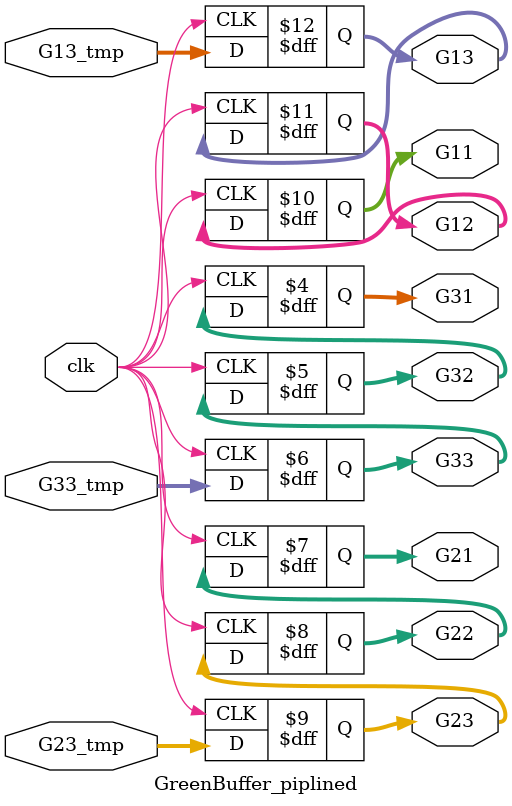
<source format=v>
module GreenBuffer_piplined (
    input [9:0] G13_tmp,
    input [9:0] G23_tmp,
    input [9:0] G33_tmp,
    input       clk,

    output reg [9:0] G11,
    output reg [9:0] G12,
    output reg [9:0] G13,

    output reg [9:0] G21,
    output reg [9:0] G22,
    output reg [9:0] G23,
    
    output reg [9:0] G31,
    output reg [9:0] G32,
    output reg [9:0] G33
    
);
//设计一个3*3的reg，用于分隔
//第一行
always @(posedge clk) begin
    G13<=G13_tmp;
    G12<=G13;
    G11<=G12;
end

//第二行
always @(posedge clk) begin
    G23<=G23_tmp;
    G22<=G23;
    G21<=G22;
end

//第三行
always @(posedge clk) begin
    G33<=G33_tmp;
    G32<=G33;
    G31<=G32;
end

endmodule //GreenBuffer
</source>
